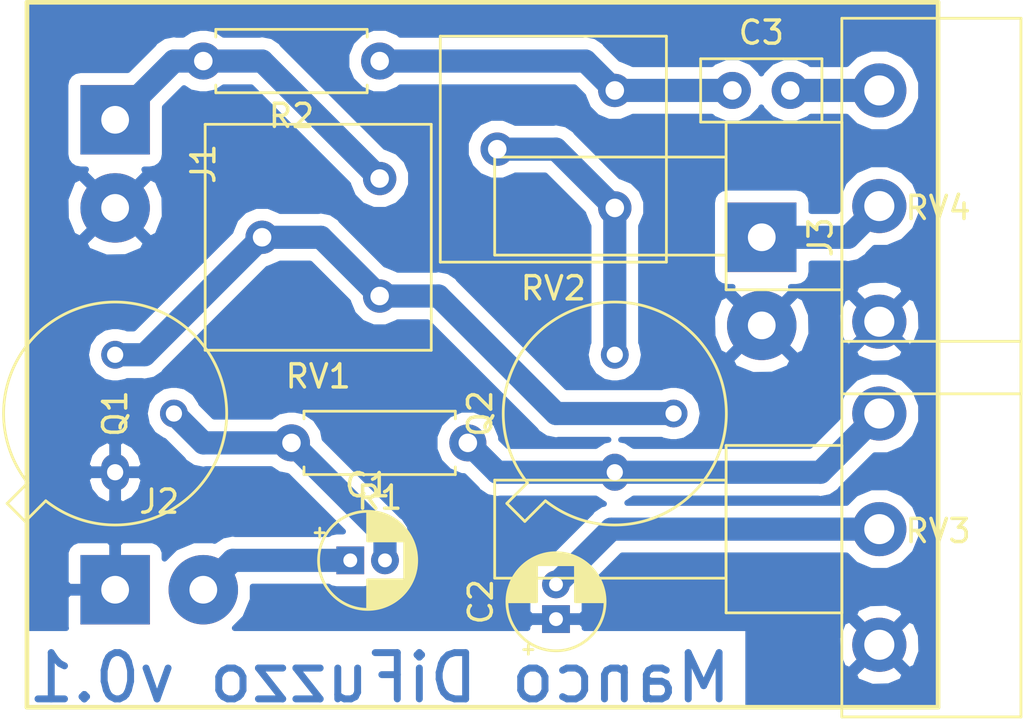
<source format=kicad_pcb>
(kicad_pcb (version 20171130) (host pcbnew 5.0.2+dfsg1-1)

  (general
    (thickness 1.6)
    (drawings 9)
    (tracks 32)
    (zones 0)
    (modules 14)
    (nets 12)
  )

  (page A4)
  (layers
    (0 F.Cu signal)
    (31 B.Cu signal)
    (32 B.Adhes user)
    (33 F.Adhes user)
    (34 B.Paste user)
    (35 F.Paste user)
    (36 B.SilkS user)
    (37 F.SilkS user hide)
    (38 B.Mask user)
    (39 F.Mask user)
    (40 Dwgs.User user)
    (41 Cmts.User user)
    (42 Eco1.User user)
    (43 Eco2.User user)
    (44 Edge.Cuts user)
    (45 Margin user)
    (46 B.CrtYd user)
    (47 F.CrtYd user hide)
    (48 B.Fab user)
    (49 F.Fab user)
  )

  (setup
    (last_trace_width 1)
    (user_trace_width 1)
    (trace_clearance 0.2)
    (zone_clearance 0.508)
    (zone_45_only no)
    (trace_min 0.2)
    (segment_width 0.2)
    (edge_width 0.15)
    (via_size 0.8)
    (via_drill 0.4)
    (via_min_size 0.4)
    (via_min_drill 0.3)
    (uvia_size 0.3)
    (uvia_drill 0.1)
    (uvias_allowed no)
    (uvia_min_size 0.2)
    (uvia_min_drill 0.1)
    (pcb_text_width 0.3)
    (pcb_text_size 1.5 1.5)
    (mod_edge_width 0.15)
    (mod_text_size 1 1)
    (mod_text_width 0.15)
    (pad_size 1.524 1.524)
    (pad_drill 0.762)
    (pad_to_mask_clearance 0.051)
    (solder_mask_min_width 0.25)
    (aux_axis_origin 0 0)
    (visible_elements FFFFEFFF)
    (pcbplotparams
      (layerselection 0x00000_fffffffe)
      (usegerberextensions false)
      (usegerberattributes false)
      (usegerberadvancedattributes false)
      (creategerberjobfile false)
      (excludeedgelayer true)
      (linewidth 0.100000)
      (plotframeref false)
      (viasonmask false)
      (mode 1)
      (useauxorigin false)
      (hpglpennumber 1)
      (hpglpenspeed 20)
      (hpglpendiameter 15.000000)
      (psnegative false)
      (psa4output false)
      (plotreference true)
      (plotvalue true)
      (plotinvisibletext false)
      (padsonsilk false)
      (subtractmaskfromsilk false)
      (outputformat 5)
      (mirror false)
      (drillshape 0)
      (scaleselection 1)
      (outputdirectory "/home/shisha/Documents/Desarrollos/pedal_fuzz/fuzz/"))
  )

  (net 0 "")
  (net 1 "Net-(C1-Pad1)")
  (net 2 "Net-(C1-Pad2)")
  (net 3 Earth)
  (net 4 "Net-(C2-Pad2)")
  (net 5 "Net-(C3-Pad1)")
  (net 6 "Net-(C3-Pad2)")
  (net 7 -9V)
  (net 8 "Net-(J3-Pad1)")
  (net 9 "Net-(Q1-Pad3)")
  (net 10 "Net-(Q2-Pad3)")
  (net 11 "Net-(Q2-Pad1)")

  (net_class Default "This is the default net class."
    (clearance 0.2)
    (trace_width 0.25)
    (via_dia 0.8)
    (via_drill 0.4)
    (uvia_dia 0.3)
    (uvia_drill 0.1)
    (add_net -9V)
    (add_net Earth)
    (add_net "Net-(C1-Pad1)")
    (add_net "Net-(C1-Pad2)")
    (add_net "Net-(C2-Pad2)")
    (add_net "Net-(C3-Pad1)")
    (add_net "Net-(C3-Pad2)")
    (add_net "Net-(J3-Pad1)")
    (add_net "Net-(Q1-Pad3)")
    (add_net "Net-(Q2-Pad1)")
    (add_net "Net-(Q2-Pad3)")
  )

  (module Connector_Wire:SolderWirePad_1x02_P3.81mm_Drill1.2mm (layer F.Cu) (tedit 5AEE5EF3) (tstamp 5FCDF9E3)
    (at 151.13 88.9 270)
    (descr "Wire solder connection")
    (tags connector)
    (path /5FC48694)
    (attr virtual)
    (fp_text reference J3 (at 0 -2.54 270) (layer F.SilkS)
      (effects (font (size 1 1) (thickness 0.15)))
    )
    (fp_text value out (at 1.905 3.81 270) (layer F.Fab)
      (effects (font (size 1 1) (thickness 0.15)))
    )
    (fp_line (start 5.81 2) (end -1.99 2) (layer F.CrtYd) (width 0.05))
    (fp_line (start 5.81 2) (end 5.81 -2) (layer F.CrtYd) (width 0.05))
    (fp_line (start -1.99 -2) (end -1.99 2) (layer F.CrtYd) (width 0.05))
    (fp_line (start -1.99 -2) (end 5.81 -2) (layer F.CrtYd) (width 0.05))
    (fp_text user %R (at 1.905 0 270) (layer F.Fab)
      (effects (font (size 1 1) (thickness 0.15)))
    )
    (pad 2 thru_hole circle (at 3.81 0 270) (size 2.99974 2.99974) (drill 1.19888) (layers *.Cu *.Mask)
      (net 3 Earth))
    (pad 1 thru_hole rect (at 0 0 270) (size 2.99974 2.99974) (drill 1.19888) (layers *.Cu *.Mask)
      (net 8 "Net-(J3-Pad1)"))
  )

  (module Capacitor_THT:CP_Radial_D4.0mm_P1.50mm (layer F.Cu) (tedit 5AE50EF0) (tstamp 5FCDF9AF)
    (at 142.24 105.41 90)
    (descr "CP, Radial series, Radial, pin pitch=1.50mm, , diameter=4mm, Electrolytic Capacitor")
    (tags "CP Radial series Radial pin pitch 1.50mm  diameter 4mm Electrolytic Capacitor")
    (path /5FC47E6F)
    (fp_text reference C2 (at 0.75 -3.25 90) (layer F.SilkS)
      (effects (font (size 1 1) (thickness 0.15)))
    )
    (fp_text value 22uF (at 0.75 3.25 90) (layer F.Fab)
      (effects (font (size 1 1) (thickness 0.15)))
    )
    (fp_text user %R (at 0.75 0 90) (layer F.Fab)
      (effects (font (size 0.8 0.8) (thickness 0.12)))
    )
    (fp_line (start -1.319801 -1.395) (end -1.319801 -0.995) (layer F.SilkS) (width 0.12))
    (fp_line (start -1.519801 -1.195) (end -1.119801 -1.195) (layer F.SilkS) (width 0.12))
    (fp_line (start 2.831 -0.37) (end 2.831 0.37) (layer F.SilkS) (width 0.12))
    (fp_line (start 2.791 -0.537) (end 2.791 0.537) (layer F.SilkS) (width 0.12))
    (fp_line (start 2.751 -0.664) (end 2.751 0.664) (layer F.SilkS) (width 0.12))
    (fp_line (start 2.711 -0.768) (end 2.711 0.768) (layer F.SilkS) (width 0.12))
    (fp_line (start 2.671 -0.859) (end 2.671 0.859) (layer F.SilkS) (width 0.12))
    (fp_line (start 2.631 -0.94) (end 2.631 0.94) (layer F.SilkS) (width 0.12))
    (fp_line (start 2.591 -1.013) (end 2.591 1.013) (layer F.SilkS) (width 0.12))
    (fp_line (start 2.551 -1.08) (end 2.551 1.08) (layer F.SilkS) (width 0.12))
    (fp_line (start 2.511 -1.142) (end 2.511 1.142) (layer F.SilkS) (width 0.12))
    (fp_line (start 2.471 -1.2) (end 2.471 1.2) (layer F.SilkS) (width 0.12))
    (fp_line (start 2.431 -1.254) (end 2.431 1.254) (layer F.SilkS) (width 0.12))
    (fp_line (start 2.391 -1.304) (end 2.391 1.304) (layer F.SilkS) (width 0.12))
    (fp_line (start 2.351 -1.351) (end 2.351 1.351) (layer F.SilkS) (width 0.12))
    (fp_line (start 2.311 0.84) (end 2.311 1.396) (layer F.SilkS) (width 0.12))
    (fp_line (start 2.311 -1.396) (end 2.311 -0.84) (layer F.SilkS) (width 0.12))
    (fp_line (start 2.271 0.84) (end 2.271 1.438) (layer F.SilkS) (width 0.12))
    (fp_line (start 2.271 -1.438) (end 2.271 -0.84) (layer F.SilkS) (width 0.12))
    (fp_line (start 2.231 0.84) (end 2.231 1.478) (layer F.SilkS) (width 0.12))
    (fp_line (start 2.231 -1.478) (end 2.231 -0.84) (layer F.SilkS) (width 0.12))
    (fp_line (start 2.191 0.84) (end 2.191 1.516) (layer F.SilkS) (width 0.12))
    (fp_line (start 2.191 -1.516) (end 2.191 -0.84) (layer F.SilkS) (width 0.12))
    (fp_line (start 2.151 0.84) (end 2.151 1.552) (layer F.SilkS) (width 0.12))
    (fp_line (start 2.151 -1.552) (end 2.151 -0.84) (layer F.SilkS) (width 0.12))
    (fp_line (start 2.111 0.84) (end 2.111 1.587) (layer F.SilkS) (width 0.12))
    (fp_line (start 2.111 -1.587) (end 2.111 -0.84) (layer F.SilkS) (width 0.12))
    (fp_line (start 2.071 0.84) (end 2.071 1.619) (layer F.SilkS) (width 0.12))
    (fp_line (start 2.071 -1.619) (end 2.071 -0.84) (layer F.SilkS) (width 0.12))
    (fp_line (start 2.031 0.84) (end 2.031 1.65) (layer F.SilkS) (width 0.12))
    (fp_line (start 2.031 -1.65) (end 2.031 -0.84) (layer F.SilkS) (width 0.12))
    (fp_line (start 1.991 0.84) (end 1.991 1.68) (layer F.SilkS) (width 0.12))
    (fp_line (start 1.991 -1.68) (end 1.991 -0.84) (layer F.SilkS) (width 0.12))
    (fp_line (start 1.951 0.84) (end 1.951 1.708) (layer F.SilkS) (width 0.12))
    (fp_line (start 1.951 -1.708) (end 1.951 -0.84) (layer F.SilkS) (width 0.12))
    (fp_line (start 1.911 0.84) (end 1.911 1.735) (layer F.SilkS) (width 0.12))
    (fp_line (start 1.911 -1.735) (end 1.911 -0.84) (layer F.SilkS) (width 0.12))
    (fp_line (start 1.871 0.84) (end 1.871 1.76) (layer F.SilkS) (width 0.12))
    (fp_line (start 1.871 -1.76) (end 1.871 -0.84) (layer F.SilkS) (width 0.12))
    (fp_line (start 1.831 0.84) (end 1.831 1.785) (layer F.SilkS) (width 0.12))
    (fp_line (start 1.831 -1.785) (end 1.831 -0.84) (layer F.SilkS) (width 0.12))
    (fp_line (start 1.791 0.84) (end 1.791 1.808) (layer F.SilkS) (width 0.12))
    (fp_line (start 1.791 -1.808) (end 1.791 -0.84) (layer F.SilkS) (width 0.12))
    (fp_line (start 1.751 0.84) (end 1.751 1.83) (layer F.SilkS) (width 0.12))
    (fp_line (start 1.751 -1.83) (end 1.751 -0.84) (layer F.SilkS) (width 0.12))
    (fp_line (start 1.711 0.84) (end 1.711 1.851) (layer F.SilkS) (width 0.12))
    (fp_line (start 1.711 -1.851) (end 1.711 -0.84) (layer F.SilkS) (width 0.12))
    (fp_line (start 1.671 0.84) (end 1.671 1.87) (layer F.SilkS) (width 0.12))
    (fp_line (start 1.671 -1.87) (end 1.671 -0.84) (layer F.SilkS) (width 0.12))
    (fp_line (start 1.631 0.84) (end 1.631 1.889) (layer F.SilkS) (width 0.12))
    (fp_line (start 1.631 -1.889) (end 1.631 -0.84) (layer F.SilkS) (width 0.12))
    (fp_line (start 1.591 0.84) (end 1.591 1.907) (layer F.SilkS) (width 0.12))
    (fp_line (start 1.591 -1.907) (end 1.591 -0.84) (layer F.SilkS) (width 0.12))
    (fp_line (start 1.551 0.84) (end 1.551 1.924) (layer F.SilkS) (width 0.12))
    (fp_line (start 1.551 -1.924) (end 1.551 -0.84) (layer F.SilkS) (width 0.12))
    (fp_line (start 1.511 0.84) (end 1.511 1.94) (layer F.SilkS) (width 0.12))
    (fp_line (start 1.511 -1.94) (end 1.511 -0.84) (layer F.SilkS) (width 0.12))
    (fp_line (start 1.471 0.84) (end 1.471 1.954) (layer F.SilkS) (width 0.12))
    (fp_line (start 1.471 -1.954) (end 1.471 -0.84) (layer F.SilkS) (width 0.12))
    (fp_line (start 1.43 0.84) (end 1.43 1.968) (layer F.SilkS) (width 0.12))
    (fp_line (start 1.43 -1.968) (end 1.43 -0.84) (layer F.SilkS) (width 0.12))
    (fp_line (start 1.39 0.84) (end 1.39 1.982) (layer F.SilkS) (width 0.12))
    (fp_line (start 1.39 -1.982) (end 1.39 -0.84) (layer F.SilkS) (width 0.12))
    (fp_line (start 1.35 0.84) (end 1.35 1.994) (layer F.SilkS) (width 0.12))
    (fp_line (start 1.35 -1.994) (end 1.35 -0.84) (layer F.SilkS) (width 0.12))
    (fp_line (start 1.31 0.84) (end 1.31 2.005) (layer F.SilkS) (width 0.12))
    (fp_line (start 1.31 -2.005) (end 1.31 -0.84) (layer F.SilkS) (width 0.12))
    (fp_line (start 1.27 0.84) (end 1.27 2.016) (layer F.SilkS) (width 0.12))
    (fp_line (start 1.27 -2.016) (end 1.27 -0.84) (layer F.SilkS) (width 0.12))
    (fp_line (start 1.23 0.84) (end 1.23 2.025) (layer F.SilkS) (width 0.12))
    (fp_line (start 1.23 -2.025) (end 1.23 -0.84) (layer F.SilkS) (width 0.12))
    (fp_line (start 1.19 0.84) (end 1.19 2.034) (layer F.SilkS) (width 0.12))
    (fp_line (start 1.19 -2.034) (end 1.19 -0.84) (layer F.SilkS) (width 0.12))
    (fp_line (start 1.15 0.84) (end 1.15 2.042) (layer F.SilkS) (width 0.12))
    (fp_line (start 1.15 -2.042) (end 1.15 -0.84) (layer F.SilkS) (width 0.12))
    (fp_line (start 1.11 0.84) (end 1.11 2.05) (layer F.SilkS) (width 0.12))
    (fp_line (start 1.11 -2.05) (end 1.11 -0.84) (layer F.SilkS) (width 0.12))
    (fp_line (start 1.07 0.84) (end 1.07 2.056) (layer F.SilkS) (width 0.12))
    (fp_line (start 1.07 -2.056) (end 1.07 -0.84) (layer F.SilkS) (width 0.12))
    (fp_line (start 1.03 0.84) (end 1.03 2.062) (layer F.SilkS) (width 0.12))
    (fp_line (start 1.03 -2.062) (end 1.03 -0.84) (layer F.SilkS) (width 0.12))
    (fp_line (start 0.99 0.84) (end 0.99 2.067) (layer F.SilkS) (width 0.12))
    (fp_line (start 0.99 -2.067) (end 0.99 -0.84) (layer F.SilkS) (width 0.12))
    (fp_line (start 0.95 0.84) (end 0.95 2.071) (layer F.SilkS) (width 0.12))
    (fp_line (start 0.95 -2.071) (end 0.95 -0.84) (layer F.SilkS) (width 0.12))
    (fp_line (start 0.91 0.84) (end 0.91 2.074) (layer F.SilkS) (width 0.12))
    (fp_line (start 0.91 -2.074) (end 0.91 -0.84) (layer F.SilkS) (width 0.12))
    (fp_line (start 0.87 0.84) (end 0.87 2.077) (layer F.SilkS) (width 0.12))
    (fp_line (start 0.87 -2.077) (end 0.87 -0.84) (layer F.SilkS) (width 0.12))
    (fp_line (start 0.83 -2.079) (end 0.83 -0.84) (layer F.SilkS) (width 0.12))
    (fp_line (start 0.83 0.84) (end 0.83 2.079) (layer F.SilkS) (width 0.12))
    (fp_line (start 0.79 -2.08) (end 0.79 -0.84) (layer F.SilkS) (width 0.12))
    (fp_line (start 0.79 0.84) (end 0.79 2.08) (layer F.SilkS) (width 0.12))
    (fp_line (start 0.75 -2.08) (end 0.75 -0.84) (layer F.SilkS) (width 0.12))
    (fp_line (start 0.75 0.84) (end 0.75 2.08) (layer F.SilkS) (width 0.12))
    (fp_line (start -0.752554 -1.0675) (end -0.752554 -0.6675) (layer F.Fab) (width 0.1))
    (fp_line (start -0.952554 -0.8675) (end -0.552554 -0.8675) (layer F.Fab) (width 0.1))
    (fp_circle (center 0.75 0) (end 3 0) (layer F.CrtYd) (width 0.05))
    (fp_circle (center 0.75 0) (end 2.87 0) (layer F.SilkS) (width 0.12))
    (fp_circle (center 0.75 0) (end 2.75 0) (layer F.Fab) (width 0.1))
    (pad 2 thru_hole circle (at 1.5 0 90) (size 1.2 1.2) (drill 0.6) (layers *.Cu *.Mask)
      (net 4 "Net-(C2-Pad2)"))
    (pad 1 thru_hole rect (at 0 0 90) (size 1.2 1.2) (drill 0.6) (layers *.Cu *.Mask)
      (net 3 Earth))
    (model ${KISYS3DMOD}/Capacitor_THT.3dshapes/CP_Radial_D4.0mm_P1.50mm.wrl
      (at (xyz 0 0 0))
      (scale (xyz 1 1 1))
      (rotate (xyz 0 0 0))
    )
  )

  (module Capacitor_THT:CP_Radial_D4.0mm_P1.50mm (layer F.Cu) (tedit 5AE50EF0) (tstamp 5FCDF8ED)
    (at 133.35 102.87)
    (descr "CP, Radial series, Radial, pin pitch=1.50mm, , diameter=4mm, Electrolytic Capacitor")
    (tags "CP Radial series Radial pin pitch 1.50mm  diameter 4mm Electrolytic Capacitor")
    (path /5FC47FBC)
    (fp_text reference C1 (at 0.75 -3.25) (layer F.SilkS)
      (effects (font (size 1 1) (thickness 0.15)))
    )
    (fp_text value 2.2uF (at 0.75 3.25) (layer F.Fab)
      (effects (font (size 1 1) (thickness 0.15)))
    )
    (fp_circle (center 0.75 0) (end 2.75 0) (layer F.Fab) (width 0.1))
    (fp_circle (center 0.75 0) (end 2.87 0) (layer F.SilkS) (width 0.12))
    (fp_circle (center 0.75 0) (end 3 0) (layer F.CrtYd) (width 0.05))
    (fp_line (start -0.952554 -0.8675) (end -0.552554 -0.8675) (layer F.Fab) (width 0.1))
    (fp_line (start -0.752554 -1.0675) (end -0.752554 -0.6675) (layer F.Fab) (width 0.1))
    (fp_line (start 0.75 0.84) (end 0.75 2.08) (layer F.SilkS) (width 0.12))
    (fp_line (start 0.75 -2.08) (end 0.75 -0.84) (layer F.SilkS) (width 0.12))
    (fp_line (start 0.79 0.84) (end 0.79 2.08) (layer F.SilkS) (width 0.12))
    (fp_line (start 0.79 -2.08) (end 0.79 -0.84) (layer F.SilkS) (width 0.12))
    (fp_line (start 0.83 0.84) (end 0.83 2.079) (layer F.SilkS) (width 0.12))
    (fp_line (start 0.83 -2.079) (end 0.83 -0.84) (layer F.SilkS) (width 0.12))
    (fp_line (start 0.87 -2.077) (end 0.87 -0.84) (layer F.SilkS) (width 0.12))
    (fp_line (start 0.87 0.84) (end 0.87 2.077) (layer F.SilkS) (width 0.12))
    (fp_line (start 0.91 -2.074) (end 0.91 -0.84) (layer F.SilkS) (width 0.12))
    (fp_line (start 0.91 0.84) (end 0.91 2.074) (layer F.SilkS) (width 0.12))
    (fp_line (start 0.95 -2.071) (end 0.95 -0.84) (layer F.SilkS) (width 0.12))
    (fp_line (start 0.95 0.84) (end 0.95 2.071) (layer F.SilkS) (width 0.12))
    (fp_line (start 0.99 -2.067) (end 0.99 -0.84) (layer F.SilkS) (width 0.12))
    (fp_line (start 0.99 0.84) (end 0.99 2.067) (layer F.SilkS) (width 0.12))
    (fp_line (start 1.03 -2.062) (end 1.03 -0.84) (layer F.SilkS) (width 0.12))
    (fp_line (start 1.03 0.84) (end 1.03 2.062) (layer F.SilkS) (width 0.12))
    (fp_line (start 1.07 -2.056) (end 1.07 -0.84) (layer F.SilkS) (width 0.12))
    (fp_line (start 1.07 0.84) (end 1.07 2.056) (layer F.SilkS) (width 0.12))
    (fp_line (start 1.11 -2.05) (end 1.11 -0.84) (layer F.SilkS) (width 0.12))
    (fp_line (start 1.11 0.84) (end 1.11 2.05) (layer F.SilkS) (width 0.12))
    (fp_line (start 1.15 -2.042) (end 1.15 -0.84) (layer F.SilkS) (width 0.12))
    (fp_line (start 1.15 0.84) (end 1.15 2.042) (layer F.SilkS) (width 0.12))
    (fp_line (start 1.19 -2.034) (end 1.19 -0.84) (layer F.SilkS) (width 0.12))
    (fp_line (start 1.19 0.84) (end 1.19 2.034) (layer F.SilkS) (width 0.12))
    (fp_line (start 1.23 -2.025) (end 1.23 -0.84) (layer F.SilkS) (width 0.12))
    (fp_line (start 1.23 0.84) (end 1.23 2.025) (layer F.SilkS) (width 0.12))
    (fp_line (start 1.27 -2.016) (end 1.27 -0.84) (layer F.SilkS) (width 0.12))
    (fp_line (start 1.27 0.84) (end 1.27 2.016) (layer F.SilkS) (width 0.12))
    (fp_line (start 1.31 -2.005) (end 1.31 -0.84) (layer F.SilkS) (width 0.12))
    (fp_line (start 1.31 0.84) (end 1.31 2.005) (layer F.SilkS) (width 0.12))
    (fp_line (start 1.35 -1.994) (end 1.35 -0.84) (layer F.SilkS) (width 0.12))
    (fp_line (start 1.35 0.84) (end 1.35 1.994) (layer F.SilkS) (width 0.12))
    (fp_line (start 1.39 -1.982) (end 1.39 -0.84) (layer F.SilkS) (width 0.12))
    (fp_line (start 1.39 0.84) (end 1.39 1.982) (layer F.SilkS) (width 0.12))
    (fp_line (start 1.43 -1.968) (end 1.43 -0.84) (layer F.SilkS) (width 0.12))
    (fp_line (start 1.43 0.84) (end 1.43 1.968) (layer F.SilkS) (width 0.12))
    (fp_line (start 1.471 -1.954) (end 1.471 -0.84) (layer F.SilkS) (width 0.12))
    (fp_line (start 1.471 0.84) (end 1.471 1.954) (layer F.SilkS) (width 0.12))
    (fp_line (start 1.511 -1.94) (end 1.511 -0.84) (layer F.SilkS) (width 0.12))
    (fp_line (start 1.511 0.84) (end 1.511 1.94) (layer F.SilkS) (width 0.12))
    (fp_line (start 1.551 -1.924) (end 1.551 -0.84) (layer F.SilkS) (width 0.12))
    (fp_line (start 1.551 0.84) (end 1.551 1.924) (layer F.SilkS) (width 0.12))
    (fp_line (start 1.591 -1.907) (end 1.591 -0.84) (layer F.SilkS) (width 0.12))
    (fp_line (start 1.591 0.84) (end 1.591 1.907) (layer F.SilkS) (width 0.12))
    (fp_line (start 1.631 -1.889) (end 1.631 -0.84) (layer F.SilkS) (width 0.12))
    (fp_line (start 1.631 0.84) (end 1.631 1.889) (layer F.SilkS) (width 0.12))
    (fp_line (start 1.671 -1.87) (end 1.671 -0.84) (layer F.SilkS) (width 0.12))
    (fp_line (start 1.671 0.84) (end 1.671 1.87) (layer F.SilkS) (width 0.12))
    (fp_line (start 1.711 -1.851) (end 1.711 -0.84) (layer F.SilkS) (width 0.12))
    (fp_line (start 1.711 0.84) (end 1.711 1.851) (layer F.SilkS) (width 0.12))
    (fp_line (start 1.751 -1.83) (end 1.751 -0.84) (layer F.SilkS) (width 0.12))
    (fp_line (start 1.751 0.84) (end 1.751 1.83) (layer F.SilkS) (width 0.12))
    (fp_line (start 1.791 -1.808) (end 1.791 -0.84) (layer F.SilkS) (width 0.12))
    (fp_line (start 1.791 0.84) (end 1.791 1.808) (layer F.SilkS) (width 0.12))
    (fp_line (start 1.831 -1.785) (end 1.831 -0.84) (layer F.SilkS) (width 0.12))
    (fp_line (start 1.831 0.84) (end 1.831 1.785) (layer F.SilkS) (width 0.12))
    (fp_line (start 1.871 -1.76) (end 1.871 -0.84) (layer F.SilkS) (width 0.12))
    (fp_line (start 1.871 0.84) (end 1.871 1.76) (layer F.SilkS) (width 0.12))
    (fp_line (start 1.911 -1.735) (end 1.911 -0.84) (layer F.SilkS) (width 0.12))
    (fp_line (start 1.911 0.84) (end 1.911 1.735) (layer F.SilkS) (width 0.12))
    (fp_line (start 1.951 -1.708) (end 1.951 -0.84) (layer F.SilkS) (width 0.12))
    (fp_line (start 1.951 0.84) (end 1.951 1.708) (layer F.SilkS) (width 0.12))
    (fp_line (start 1.991 -1.68) (end 1.991 -0.84) (layer F.SilkS) (width 0.12))
    (fp_line (start 1.991 0.84) (end 1.991 1.68) (layer F.SilkS) (width 0.12))
    (fp_line (start 2.031 -1.65) (end 2.031 -0.84) (layer F.SilkS) (width 0.12))
    (fp_line (start 2.031 0.84) (end 2.031 1.65) (layer F.SilkS) (width 0.12))
    (fp_line (start 2.071 -1.619) (end 2.071 -0.84) (layer F.SilkS) (width 0.12))
    (fp_line (start 2.071 0.84) (end 2.071 1.619) (layer F.SilkS) (width 0.12))
    (fp_line (start 2.111 -1.587) (end 2.111 -0.84) (layer F.SilkS) (width 0.12))
    (fp_line (start 2.111 0.84) (end 2.111 1.587) (layer F.SilkS) (width 0.12))
    (fp_line (start 2.151 -1.552) (end 2.151 -0.84) (layer F.SilkS) (width 0.12))
    (fp_line (start 2.151 0.84) (end 2.151 1.552) (layer F.SilkS) (width 0.12))
    (fp_line (start 2.191 -1.516) (end 2.191 -0.84) (layer F.SilkS) (width 0.12))
    (fp_line (start 2.191 0.84) (end 2.191 1.516) (layer F.SilkS) (width 0.12))
    (fp_line (start 2.231 -1.478) (end 2.231 -0.84) (layer F.SilkS) (width 0.12))
    (fp_line (start 2.231 0.84) (end 2.231 1.478) (layer F.SilkS) (width 0.12))
    (fp_line (start 2.271 -1.438) (end 2.271 -0.84) (layer F.SilkS) (width 0.12))
    (fp_line (start 2.271 0.84) (end 2.271 1.438) (layer F.SilkS) (width 0.12))
    (fp_line (start 2.311 -1.396) (end 2.311 -0.84) (layer F.SilkS) (width 0.12))
    (fp_line (start 2.311 0.84) (end 2.311 1.396) (layer F.SilkS) (width 0.12))
    (fp_line (start 2.351 -1.351) (end 2.351 1.351) (layer F.SilkS) (width 0.12))
    (fp_line (start 2.391 -1.304) (end 2.391 1.304) (layer F.SilkS) (width 0.12))
    (fp_line (start 2.431 -1.254) (end 2.431 1.254) (layer F.SilkS) (width 0.12))
    (fp_line (start 2.471 -1.2) (end 2.471 1.2) (layer F.SilkS) (width 0.12))
    (fp_line (start 2.511 -1.142) (end 2.511 1.142) (layer F.SilkS) (width 0.12))
    (fp_line (start 2.551 -1.08) (end 2.551 1.08) (layer F.SilkS) (width 0.12))
    (fp_line (start 2.591 -1.013) (end 2.591 1.013) (layer F.SilkS) (width 0.12))
    (fp_line (start 2.631 -0.94) (end 2.631 0.94) (layer F.SilkS) (width 0.12))
    (fp_line (start 2.671 -0.859) (end 2.671 0.859) (layer F.SilkS) (width 0.12))
    (fp_line (start 2.711 -0.768) (end 2.711 0.768) (layer F.SilkS) (width 0.12))
    (fp_line (start 2.751 -0.664) (end 2.751 0.664) (layer F.SilkS) (width 0.12))
    (fp_line (start 2.791 -0.537) (end 2.791 0.537) (layer F.SilkS) (width 0.12))
    (fp_line (start 2.831 -0.37) (end 2.831 0.37) (layer F.SilkS) (width 0.12))
    (fp_line (start -1.519801 -1.195) (end -1.119801 -1.195) (layer F.SilkS) (width 0.12))
    (fp_line (start -1.319801 -1.395) (end -1.319801 -0.995) (layer F.SilkS) (width 0.12))
    (fp_text user %R (at 0.75 0) (layer F.Fab)
      (effects (font (size 0.8 0.8) (thickness 0.12)))
    )
    (pad 1 thru_hole rect (at 0 0) (size 1.2 1.2) (drill 0.6) (layers *.Cu *.Mask)
      (net 1 "Net-(C1-Pad1)"))
    (pad 2 thru_hole circle (at 1.5 0) (size 1.2 1.2) (drill 0.6) (layers *.Cu *.Mask)
      (net 2 "Net-(C1-Pad2)"))
    (model ${KISYS3DMOD}/Capacitor_THT.3dshapes/CP_Radial_D4.0mm_P1.50mm.wrl
      (at (xyz 0 0 0))
      (scale (xyz 1 1 1))
      (rotate (xyz 0 0 0))
    )
  )

  (module Capacitor_THT:C_Disc_D5.0mm_W2.5mm_P2.50mm (layer F.Cu) (tedit 5AE50EF0) (tstamp 5FCDF9C2)
    (at 149.86 82.55)
    (descr "C, Disc series, Radial, pin pitch=2.50mm, , diameter*width=5*2.5mm^2, Capacitor, http://cdn-reichelt.de/documents/datenblatt/B300/DS_KERKO_TC.pdf")
    (tags "C Disc series Radial pin pitch 2.50mm  diameter 5mm width 2.5mm Capacitor")
    (path /5FC47C84)
    (fp_text reference C3 (at 1.25 -2.5) (layer F.SilkS)
      (effects (font (size 1 1) (thickness 0.15)))
    )
    (fp_text value 10nF (at 1.25 2.5) (layer F.Fab)
      (effects (font (size 1 1) (thickness 0.15)))
    )
    (fp_line (start -1.25 -1.25) (end -1.25 1.25) (layer F.Fab) (width 0.1))
    (fp_line (start -1.25 1.25) (end 3.75 1.25) (layer F.Fab) (width 0.1))
    (fp_line (start 3.75 1.25) (end 3.75 -1.25) (layer F.Fab) (width 0.1))
    (fp_line (start 3.75 -1.25) (end -1.25 -1.25) (layer F.Fab) (width 0.1))
    (fp_line (start -1.37 -1.37) (end 3.87 -1.37) (layer F.SilkS) (width 0.12))
    (fp_line (start -1.37 1.37) (end 3.87 1.37) (layer F.SilkS) (width 0.12))
    (fp_line (start -1.37 -1.37) (end -1.37 1.37) (layer F.SilkS) (width 0.12))
    (fp_line (start 3.87 -1.37) (end 3.87 1.37) (layer F.SilkS) (width 0.12))
    (fp_line (start -1.5 -1.5) (end -1.5 1.5) (layer F.CrtYd) (width 0.05))
    (fp_line (start -1.5 1.5) (end 4 1.5) (layer F.CrtYd) (width 0.05))
    (fp_line (start 4 1.5) (end 4 -1.5) (layer F.CrtYd) (width 0.05))
    (fp_line (start 4 -1.5) (end -1.5 -1.5) (layer F.CrtYd) (width 0.05))
    (fp_text user %R (at 1.25 0) (layer F.Fab)
      (effects (font (size 1 1) (thickness 0.15)))
    )
    (pad 1 thru_hole circle (at 0 0) (size 1.6 1.6) (drill 0.8) (layers *.Cu *.Mask)
      (net 5 "Net-(C3-Pad1)"))
    (pad 2 thru_hole circle (at 2.5 0) (size 1.6 1.6) (drill 0.8) (layers *.Cu *.Mask)
      (net 6 "Net-(C3-Pad2)"))
    (model ${KISYS3DMOD}/Capacitor_THT.3dshapes/C_Disc_D5.0mm_W2.5mm_P2.50mm.wrl
      (at (xyz 0 0 0))
      (scale (xyz 1 1 1))
      (rotate (xyz 0 0 0))
    )
  )

  (module Connector_Wire:SolderWirePad_1x02_P3.81mm_Drill1.2mm (layer F.Cu) (tedit 5AEE5EF3) (tstamp 5FCDF9CD)
    (at 123.19 83.82 270)
    (descr "Wire solder connection")
    (tags connector)
    (path /5FC4877C)
    (attr virtual)
    (fp_text reference J1 (at 1.905 -3.81 270) (layer F.SilkS)
      (effects (font (size 1 1) (thickness 0.15)))
    )
    (fp_text value power (at 2.54 2.54 270) (layer F.Fab)
      (effects (font (size 1 1) (thickness 0.15)))
    )
    (fp_text user %R (at 1.905 -2.54 270) (layer F.Fab)
      (effects (font (size 1 1) (thickness 0.15)))
    )
    (fp_line (start -1.99 -2) (end 5.81 -2) (layer F.CrtYd) (width 0.05))
    (fp_line (start -1.99 -2) (end -1.99 2) (layer F.CrtYd) (width 0.05))
    (fp_line (start 5.81 2) (end 5.81 -2) (layer F.CrtYd) (width 0.05))
    (fp_line (start 5.81 2) (end -1.99 2) (layer F.CrtYd) (width 0.05))
    (pad 1 thru_hole rect (at 0 0 270) (size 2.99974 2.99974) (drill 1.19888) (layers *.Cu *.Mask)
      (net 7 -9V))
    (pad 2 thru_hole circle (at 3.81 0 270) (size 2.99974 2.99974) (drill 1.19888) (layers *.Cu *.Mask)
      (net 3 Earth))
  )

  (module Connector_Wire:SolderWirePad_1x02_P3.81mm_Drill1.2mm (layer F.Cu) (tedit 5AEE5EF3) (tstamp 5FCDF9D8)
    (at 123.19 104.14)
    (descr "Wire solder connection")
    (tags connector)
    (path /5FC48608)
    (attr virtual)
    (fp_text reference J2 (at 1.905 -3.81) (layer F.SilkS)
      (effects (font (size 1 1) (thickness 0.15)))
    )
    (fp_text value In (at 1.905 3.81) (layer F.Fab)
      (effects (font (size 1 1) (thickness 0.15)))
    )
    (fp_text user %R (at 1.905 0) (layer F.Fab)
      (effects (font (size 1 1) (thickness 0.15)))
    )
    (fp_line (start -1.99 -2) (end 5.81 -2) (layer F.CrtYd) (width 0.05))
    (fp_line (start -1.99 -2) (end -1.99 2) (layer F.CrtYd) (width 0.05))
    (fp_line (start 5.81 2) (end 5.81 -2) (layer F.CrtYd) (width 0.05))
    (fp_line (start 5.81 2) (end -1.99 2) (layer F.CrtYd) (width 0.05))
    (pad 1 thru_hole rect (at 0 0) (size 2.99974 2.99974) (drill 1.19888) (layers *.Cu *.Mask)
      (net 3 Earth))
    (pad 2 thru_hole circle (at 3.81 0) (size 2.99974 2.99974) (drill 1.19888) (layers *.Cu *.Mask)
      (net 1 "Net-(C1-Pad1)"))
  )

  (module Package_TO_SOT_THT:TO-39-3 (layer F.Cu) (tedit 5A02FF81) (tstamp 5FCDF9F8)
    (at 123.19 99.06 90)
    (descr TO-39-3)
    (tags TO-39-3)
    (path /5FC4C491)
    (fp_text reference Q1 (at 2.54 0 90) (layer F.SilkS)
      (effects (font (size 1 1) (thickness 0.15)))
    )
    (fp_text value BC160 (at 2.54 5.82 90) (layer F.Fab)
      (effects (font (size 1 1) (thickness 0.15)))
    )
    (fp_text user %R (at 2.54 0 90) (layer F.Fab)
      (effects (font (size 1 1) (thickness 0.15)))
    )
    (fp_line (start -0.465408 -3.61352) (end -1.27151 -4.419621) (layer F.Fab) (width 0.1))
    (fp_line (start -1.27151 -4.419621) (end -1.879621 -3.81151) (layer F.Fab) (width 0.1))
    (fp_line (start -1.879621 -3.81151) (end -1.07352 -3.005408) (layer F.Fab) (width 0.1))
    (fp_line (start -0.457084 -3.774902) (end -1.348039 -4.665856) (layer F.SilkS) (width 0.12))
    (fp_line (start -1.348039 -4.665856) (end -2.125856 -3.888039) (layer F.SilkS) (width 0.12))
    (fp_line (start -2.125856 -3.888039) (end -1.234902 -2.997084) (layer F.SilkS) (width 0.12))
    (fp_line (start -2.41 -4.95) (end -2.41 4.95) (layer F.CrtYd) (width 0.05))
    (fp_line (start -2.41 4.95) (end 7.49 4.95) (layer F.CrtYd) (width 0.05))
    (fp_line (start 7.49 4.95) (end 7.49 -4.95) (layer F.CrtYd) (width 0.05))
    (fp_line (start 7.49 -4.95) (end -2.41 -4.95) (layer F.CrtYd) (width 0.05))
    (fp_circle (center 2.54 0) (end 6.79 0) (layer F.Fab) (width 0.1))
    (fp_arc (start 2.54 0) (end -0.465408 -3.61352) (angle 349.5) (layer F.Fab) (width 0.1))
    (fp_arc (start 2.54 0) (end -0.457084 -3.774902) (angle 346.9) (layer F.SilkS) (width 0.12))
    (pad 1 thru_hole oval (at 0 0 90) (size 1.6 1.2) (drill 0.7) (layers *.Cu *.Mask)
      (net 3 Earth))
    (pad 2 thru_hole oval (at 2.54 2.54 90) (size 1.2 1.2) (drill 0.7) (layers *.Cu *.Mask)
      (net 2 "Net-(C1-Pad2)"))
    (pad 3 thru_hole oval (at 5.08 0 90) (size 1.2 1.2) (drill 0.7) (layers *.Cu *.Mask)
      (net 9 "Net-(Q1-Pad3)"))
    (model ${KISYS3DMOD}/Package_TO_SOT_THT.3dshapes/TO-39-3.wrl
      (at (xyz 0 0 0))
      (scale (xyz 1 1 1))
      (rotate (xyz 0 0 0))
    )
  )

  (module Package_TO_SOT_THT:TO-39-3 (layer F.Cu) (tedit 5A02FF81) (tstamp 5FCDFA0D)
    (at 144.78 99.06 90)
    (descr TO-39-3)
    (tags TO-39-3)
    (path /5FC4C504)
    (fp_text reference Q2 (at 2.54 -5.82 90) (layer F.SilkS)
      (effects (font (size 1 1) (thickness 0.15)))
    )
    (fp_text value BC160 (at 2.54 5.82 90) (layer F.Fab)
      (effects (font (size 1 1) (thickness 0.15)))
    )
    (fp_arc (start 2.54 0) (end -0.457084 -3.774902) (angle 346.9) (layer F.SilkS) (width 0.12))
    (fp_arc (start 2.54 0) (end -0.465408 -3.61352) (angle 349.5) (layer F.Fab) (width 0.1))
    (fp_circle (center 2.54 0) (end 6.79 0) (layer F.Fab) (width 0.1))
    (fp_line (start 7.49 -4.95) (end -2.41 -4.95) (layer F.CrtYd) (width 0.05))
    (fp_line (start 7.49 4.95) (end 7.49 -4.95) (layer F.CrtYd) (width 0.05))
    (fp_line (start -2.41 4.95) (end 7.49 4.95) (layer F.CrtYd) (width 0.05))
    (fp_line (start -2.41 -4.95) (end -2.41 4.95) (layer F.CrtYd) (width 0.05))
    (fp_line (start -2.125856 -3.888039) (end -1.234902 -2.997084) (layer F.SilkS) (width 0.12))
    (fp_line (start -1.348039 -4.665856) (end -2.125856 -3.888039) (layer F.SilkS) (width 0.12))
    (fp_line (start -0.457084 -3.774902) (end -1.348039 -4.665856) (layer F.SilkS) (width 0.12))
    (fp_line (start -1.879621 -3.81151) (end -1.07352 -3.005408) (layer F.Fab) (width 0.1))
    (fp_line (start -1.27151 -4.419621) (end -1.879621 -3.81151) (layer F.Fab) (width 0.1))
    (fp_line (start -0.465408 -3.61352) (end -1.27151 -4.419621) (layer F.Fab) (width 0.1))
    (fp_text user %R (at 2.54 -5.82 90) (layer F.Fab)
      (effects (font (size 1 1) (thickness 0.15)))
    )
    (pad 3 thru_hole oval (at 5.08 0 90) (size 1.2 1.2) (drill 0.7) (layers *.Cu *.Mask)
      (net 10 "Net-(Q2-Pad3)"))
    (pad 2 thru_hole oval (at 2.54 2.54 90) (size 1.2 1.2) (drill 0.7) (layers *.Cu *.Mask)
      (net 9 "Net-(Q1-Pad3)"))
    (pad 1 thru_hole oval (at 0 0 90) (size 1.6 1.2) (drill 0.7) (layers *.Cu *.Mask)
      (net 11 "Net-(Q2-Pad1)"))
    (model ${KISYS3DMOD}/Package_TO_SOT_THT.3dshapes/TO-39-3.wrl
      (at (xyz 0 0 0))
      (scale (xyz 1 1 1))
      (rotate (xyz 0 0 0))
    )
  )

  (module Resistor_THT:R_Axial_DIN0207_L6.3mm_D2.5mm_P7.62mm_Horizontal (layer F.Cu) (tedit 5FC23D90) (tstamp 5FCDFA24)
    (at 138.43 97.79 180)
    (descr "Resistor, Axial_DIN0207 series, Axial, Horizontal, pin pitch=7.62mm, 0.25W = 1/4W, length*diameter=6.3*2.5mm^2, http://cdn-reichelt.de/documents/datenblatt/B400/1_4W%23YAG.pdf")
    (tags "Resistor Axial_DIN0207 series Axial Horizontal pin pitch 7.62mm 0.25W = 1/4W length 6.3mm diameter 2.5mm")
    (path /5FC477E6)
    (fp_text reference R1 (at 3.81 -2.37 180) (layer F.SilkS)
      (effects (font (size 1 1) (thickness 0.15)))
    )
    (fp_text value 100K (at 3.81 2.37 180) (layer F.Fab)
      (effects (font (size 1 1) (thickness 0.15)))
    )
    (fp_line (start 0.66 -1.25) (end 0.66 1.25) (layer F.Fab) (width 0.1))
    (fp_line (start 0.66 1.25) (end 6.96 1.25) (layer F.Fab) (width 0.1))
    (fp_line (start 6.96 1.25) (end 6.96 -1.25) (layer F.Fab) (width 0.1))
    (fp_line (start 6.96 -1.25) (end 0.66 -1.25) (layer F.Fab) (width 0.1))
    (fp_line (start 0 0) (end 0.66 0) (layer F.Fab) (width 0.1))
    (fp_line (start 7.62 0) (end 6.96 0) (layer F.Fab) (width 0.1))
    (fp_line (start 0.54 -1.04) (end 0.54 -1.37) (layer F.SilkS) (width 0.12))
    (fp_line (start 0.54 -1.37) (end 7.08 -1.37) (layer F.SilkS) (width 0.12))
    (fp_line (start 7.08 -1.37) (end 7.08 -1.04) (layer F.SilkS) (width 0.12))
    (fp_line (start 0.54 1.04) (end 0.54 1.37) (layer F.SilkS) (width 0.12))
    (fp_line (start 0.54 1.37) (end 7.08 1.37) (layer F.SilkS) (width 0.12))
    (fp_line (start 7.08 1.37) (end 7.08 1.04) (layer F.SilkS) (width 0.12))
    (fp_line (start -1.05 -1.5) (end -1.05 1.5) (layer F.CrtYd) (width 0.05))
    (fp_line (start -1.05 1.5) (end 8.67 1.5) (layer F.CrtYd) (width 0.05))
    (fp_line (start 8.67 1.5) (end 8.67 -1.5) (layer F.CrtYd) (width 0.05))
    (fp_line (start 8.67 -1.5) (end -1.05 -1.5) (layer F.CrtYd) (width 0.05))
    (fp_text user %R (at 3.81 0 180) (layer F.Fab)
      (effects (font (size 1 1) (thickness 0.15)))
    )
    (pad 1 thru_hole circle (at 0 0 180) (size 1.6 1.6) (drill 0.8) (layers *.Cu *.Mask)
      (net 11 "Net-(Q2-Pad1)"))
    (pad 2 thru_hole oval (at 7.62 0 180) (size 1.6 1.6) (drill 0.8) (layers *.Cu *.Mask)
      (net 2 "Net-(C1-Pad2)"))
    (model ${KISYS3DMOD}/Resistor_THT.3dshapes/R_Axial_DIN0207_L6.3mm_D2.5mm_P7.62mm_Horizontal.wrl
      (at (xyz 0 0 0))
      (scale (xyz 1 1 1))
      (rotate (xyz 0 0 0))
    )
  )

  (module Resistor_THT:R_Axial_DIN0207_L6.3mm_D2.5mm_P7.62mm_Horizontal (layer F.Cu) (tedit 5AE5139B) (tstamp 5FCDFA3B)
    (at 134.62 81.28 180)
    (descr "Resistor, Axial_DIN0207 series, Axial, Horizontal, pin pitch=7.62mm, 0.25W = 1/4W, length*diameter=6.3*2.5mm^2, http://cdn-reichelt.de/documents/datenblatt/B400/1_4W%23YAG.pdf")
    (tags "Resistor Axial_DIN0207 series Axial Horizontal pin pitch 7.62mm 0.25W = 1/4W length 6.3mm diameter 2.5mm")
    (path /5FC479E8)
    (fp_text reference R2 (at 3.81 -2.37 180) (layer F.SilkS)
      (effects (font (size 1 1) (thickness 0.15)))
    )
    (fp_text value 470 (at 2.54 1.27 180) (layer F.Fab)
      (effects (font (size 1 1) (thickness 0.15)))
    )
    (fp_text user %R (at 3.81 0 180) (layer F.Fab)
      (effects (font (size 1 1) (thickness 0.15)))
    )
    (fp_line (start 8.67 -1.5) (end -1.05 -1.5) (layer F.CrtYd) (width 0.05))
    (fp_line (start 8.67 1.5) (end 8.67 -1.5) (layer F.CrtYd) (width 0.05))
    (fp_line (start -1.05 1.5) (end 8.67 1.5) (layer F.CrtYd) (width 0.05))
    (fp_line (start -1.05 -1.5) (end -1.05 1.5) (layer F.CrtYd) (width 0.05))
    (fp_line (start 7.08 1.37) (end 7.08 1.04) (layer F.SilkS) (width 0.12))
    (fp_line (start 0.54 1.37) (end 7.08 1.37) (layer F.SilkS) (width 0.12))
    (fp_line (start 0.54 1.04) (end 0.54 1.37) (layer F.SilkS) (width 0.12))
    (fp_line (start 7.08 -1.37) (end 7.08 -1.04) (layer F.SilkS) (width 0.12))
    (fp_line (start 0.54 -1.37) (end 7.08 -1.37) (layer F.SilkS) (width 0.12))
    (fp_line (start 0.54 -1.04) (end 0.54 -1.37) (layer F.SilkS) (width 0.12))
    (fp_line (start 7.62 0) (end 6.96 0) (layer F.Fab) (width 0.1))
    (fp_line (start 0 0) (end 0.66 0) (layer F.Fab) (width 0.1))
    (fp_line (start 6.96 -1.25) (end 0.66 -1.25) (layer F.Fab) (width 0.1))
    (fp_line (start 6.96 1.25) (end 6.96 -1.25) (layer F.Fab) (width 0.1))
    (fp_line (start 0.66 1.25) (end 6.96 1.25) (layer F.Fab) (width 0.1))
    (fp_line (start 0.66 -1.25) (end 0.66 1.25) (layer F.Fab) (width 0.1))
    (pad 2 thru_hole oval (at 7.62 0 180) (size 1.6 1.6) (drill 0.8) (layers *.Cu *.Mask)
      (net 7 -9V))
    (pad 1 thru_hole circle (at 0 0 180) (size 1.6 1.6) (drill 0.8) (layers *.Cu *.Mask)
      (net 5 "Net-(C3-Pad1)"))
    (model ${KISYS3DMOD}/Resistor_THT.3dshapes/R_Axial_DIN0207_L6.3mm_D2.5mm_P7.62mm_Horizontal.wrl
      (at (xyz 0 0 0))
      (scale (xyz 1 1 1))
      (rotate (xyz 0 0 0))
    )
  )

  (module Potentiometer_THT:Potentiometer_Bourns_3386F_Vertical (layer F.Cu) (tedit 5AA07388) (tstamp 5FCDFA52)
    (at 134.62 86.36 180)
    (descr "Potentiometer, vertical, Bourns 3386F, https://www.bourns.com/pdfs/3386.pdf")
    (tags "Potentiometer vertical Bourns 3386F")
    (path /5FC47AF6)
    (fp_text reference RV1 (at 2.655 -8.555 180) (layer F.SilkS)
      (effects (font (size 1 1) (thickness 0.15)))
    )
    (fp_text value 100k (at 2.655 3.475 180) (layer F.Fab)
      (effects (font (size 1 1) (thickness 0.15)))
    )
    (fp_circle (center 1.781 -2.54) (end 3.356 -2.54) (layer F.Fab) (width 0.1))
    (fp_line (start -2.11 -7.305) (end -2.11 2.225) (layer F.Fab) (width 0.1))
    (fp_line (start -2.11 2.225) (end 7.42 2.225) (layer F.Fab) (width 0.1))
    (fp_line (start 7.42 2.225) (end 7.42 -7.305) (layer F.Fab) (width 0.1))
    (fp_line (start 7.42 -7.305) (end -2.11 -7.305) (layer F.Fab) (width 0.1))
    (fp_line (start 1.781 -0.98) (end 1.781 -4.099) (layer F.Fab) (width 0.1))
    (fp_line (start 1.781 -0.98) (end 1.781 -4.099) (layer F.Fab) (width 0.1))
    (fp_line (start -2.23 -7.425) (end 7.54 -7.425) (layer F.SilkS) (width 0.12))
    (fp_line (start -2.23 2.345) (end 7.54 2.345) (layer F.SilkS) (width 0.12))
    (fp_line (start -2.23 -7.425) (end -2.23 2.345) (layer F.SilkS) (width 0.12))
    (fp_line (start 7.54 -7.425) (end 7.54 2.345) (layer F.SilkS) (width 0.12))
    (fp_line (start -2.36 -7.56) (end -2.36 2.48) (layer F.CrtYd) (width 0.05))
    (fp_line (start -2.36 2.48) (end 7.67 2.48) (layer F.CrtYd) (width 0.05))
    (fp_line (start 7.67 2.48) (end 7.67 -7.56) (layer F.CrtYd) (width 0.05))
    (fp_line (start 7.67 -7.56) (end -2.36 -7.56) (layer F.CrtYd) (width 0.05))
    (fp_text user %R (at -1.11 -2.54 270) (layer F.Fab)
      (effects (font (size 1 1) (thickness 0.15)))
    )
    (pad 3 thru_hole circle (at 0 -5.08 180) (size 1.44 1.44) (drill 0.8) (layers *.Cu *.Mask)
      (net 9 "Net-(Q1-Pad3)"))
    (pad 2 thru_hole circle (at 5.08 -2.54 180) (size 1.44 1.44) (drill 0.8) (layers *.Cu *.Mask)
      (net 9 "Net-(Q1-Pad3)"))
    (pad 1 thru_hole circle (at 0 0 180) (size 1.44 1.44) (drill 0.8) (layers *.Cu *.Mask)
      (net 7 -9V))
    (model ${KISYS3DMOD}/Potentiometer_THT.3dshapes/Potentiometer_Bourns_3386F_Vertical.wrl
      (at (xyz 0 0 0))
      (scale (xyz 1 1 1))
      (rotate (xyz 0 0 0))
    )
  )

  (module Potentiometer_THT:Potentiometer_Bourns_3386F_Vertical (layer F.Cu) (tedit 5AA07388) (tstamp 5FCDFA69)
    (at 144.78 82.55 180)
    (descr "Potentiometer, vertical, Bourns 3386F, https://www.bourns.com/pdfs/3386.pdf")
    (tags "Potentiometer vertical Bourns 3386F")
    (path /5FC47B94)
    (fp_text reference RV2 (at 2.655 -8.555 180) (layer F.SilkS)
      (effects (font (size 1 1) (thickness 0.15)))
    )
    (fp_text value 10k (at 2.655 2.54 180) (layer F.Fab)
      (effects (font (size 1 1) (thickness 0.15)))
    )
    (fp_text user %R (at -1.11 -2.54 270) (layer F.Fab)
      (effects (font (size 1 1) (thickness 0.15)))
    )
    (fp_line (start 7.67 -7.56) (end -2.36 -7.56) (layer F.CrtYd) (width 0.05))
    (fp_line (start 7.67 2.48) (end 7.67 -7.56) (layer F.CrtYd) (width 0.05))
    (fp_line (start -2.36 2.48) (end 7.67 2.48) (layer F.CrtYd) (width 0.05))
    (fp_line (start -2.36 -7.56) (end -2.36 2.48) (layer F.CrtYd) (width 0.05))
    (fp_line (start 7.54 -7.425) (end 7.54 2.345) (layer F.SilkS) (width 0.12))
    (fp_line (start -2.23 -7.425) (end -2.23 2.345) (layer F.SilkS) (width 0.12))
    (fp_line (start -2.23 2.345) (end 7.54 2.345) (layer F.SilkS) (width 0.12))
    (fp_line (start -2.23 -7.425) (end 7.54 -7.425) (layer F.SilkS) (width 0.12))
    (fp_line (start 1.781 -0.98) (end 1.781 -4.099) (layer F.Fab) (width 0.1))
    (fp_line (start 1.781 -0.98) (end 1.781 -4.099) (layer F.Fab) (width 0.1))
    (fp_line (start 7.42 -7.305) (end -2.11 -7.305) (layer F.Fab) (width 0.1))
    (fp_line (start 7.42 2.225) (end 7.42 -7.305) (layer F.Fab) (width 0.1))
    (fp_line (start -2.11 2.225) (end 7.42 2.225) (layer F.Fab) (width 0.1))
    (fp_line (start -2.11 -7.305) (end -2.11 2.225) (layer F.Fab) (width 0.1))
    (fp_circle (center 1.781 -2.54) (end 3.356 -2.54) (layer F.Fab) (width 0.1))
    (pad 1 thru_hole circle (at 0 0 180) (size 1.44 1.44) (drill 0.8) (layers *.Cu *.Mask)
      (net 5 "Net-(C3-Pad1)"))
    (pad 2 thru_hole circle (at 5.08 -2.54 180) (size 1.44 1.44) (drill 0.8) (layers *.Cu *.Mask)
      (net 10 "Net-(Q2-Pad3)"))
    (pad 3 thru_hole circle (at 0 -5.08 180) (size 1.44 1.44) (drill 0.8) (layers *.Cu *.Mask)
      (net 10 "Net-(Q2-Pad3)"))
    (model ${KISYS3DMOD}/Potentiometer_THT.3dshapes/Potentiometer_Bourns_3386F_Vertical.wrl
      (at (xyz 0 0 0))
      (scale (xyz 1 1 1))
      (rotate (xyz 0 0 0))
    )
  )

  (module Potentiometer_THT:Potentiometer_Piher_T-16H_Single_Horizontal (layer F.Cu) (tedit 5A3D4993) (tstamp 5FCDFA8D)
    (at 156.21 96.52 180)
    (descr "Potentiometer, horizontal, Piher T-16H Single, http://www.piher-nacesa.com/pdf/22-T16v03.pdf")
    (tags "Potentiometer horizontal Piher T-16H Single")
    (path /5FC481C0)
    (fp_text reference RV3 (at -2.54 -5.08 180) (layer F.SilkS)
      (effects (font (size 1 1) (thickness 0.15)))
    )
    (fp_text value 1k (at 0 4.25 180) (layer F.Fab)
      (effects (font (size 1 1) (thickness 0.15)))
    )
    (fp_line (start -6 -13) (end -6 3) (layer F.Fab) (width 0.1))
    (fp_line (start -6 3) (end 1.5 3) (layer F.Fab) (width 0.1))
    (fp_line (start 1.5 3) (end 1.5 -13) (layer F.Fab) (width 0.1))
    (fp_line (start 1.5 -13) (end -6 -13) (layer F.Fab) (width 0.1))
    (fp_line (start 1.5 -8.5) (end 1.5 -1.5) (layer F.Fab) (width 0.1))
    (fp_line (start 1.5 -1.5) (end 6.5 -1.5) (layer F.Fab) (width 0.1))
    (fp_line (start 6.5 -1.5) (end 6.5 -8.5) (layer F.Fab) (width 0.1))
    (fp_line (start 6.5 -8.5) (end 1.5 -8.5) (layer F.Fab) (width 0.1))
    (fp_line (start 6.5 -7) (end 6.5 -3) (layer F.Fab) (width 0.1))
    (fp_line (start 6.5 -3) (end 16.5 -3) (layer F.Fab) (width 0.1))
    (fp_line (start 16.5 -3) (end 16.5 -7) (layer F.Fab) (width 0.1))
    (fp_line (start 16.5 -7) (end 6.5 -7) (layer F.Fab) (width 0.1))
    (fp_line (start -6.12 -13.12) (end 1.62 -13.12) (layer F.SilkS) (width 0.12))
    (fp_line (start -6.12 3.12) (end 1.62 3.12) (layer F.SilkS) (width 0.12))
    (fp_line (start -6.12 -13.12) (end -6.12 3.12) (layer F.SilkS) (width 0.12))
    (fp_line (start 1.62 -13.12) (end 1.62 3.12) (layer F.SilkS) (width 0.12))
    (fp_line (start 1.62 -8.62) (end 6.62 -8.62) (layer F.SilkS) (width 0.12))
    (fp_line (start 1.62 -1.38) (end 6.62 -1.38) (layer F.SilkS) (width 0.12))
    (fp_line (start 1.62 -8.62) (end 1.62 -1.38) (layer F.SilkS) (width 0.12))
    (fp_line (start 6.62 -8.62) (end 6.62 -1.38) (layer F.SilkS) (width 0.12))
    (fp_line (start 6.62 -7.12) (end 16.62 -7.12) (layer F.SilkS) (width 0.12))
    (fp_line (start 6.62 -2.88) (end 16.62 -2.88) (layer F.SilkS) (width 0.12))
    (fp_line (start 6.62 -7.12) (end 6.62 -2.88) (layer F.SilkS) (width 0.12))
    (fp_line (start 16.62 -7.12) (end 16.62 -2.88) (layer F.SilkS) (width 0.12))
    (fp_line (start -6.25 -13.25) (end -6.25 3.25) (layer F.CrtYd) (width 0.05))
    (fp_line (start -6.25 3.25) (end 16.75 3.25) (layer F.CrtYd) (width 0.05))
    (fp_line (start 16.75 3.25) (end 16.75 -13.25) (layer F.CrtYd) (width 0.05))
    (fp_line (start 16.75 -13.25) (end -6.25 -13.25) (layer F.CrtYd) (width 0.05))
    (fp_text user %R (at -2.25 -5 180) (layer F.Fab)
      (effects (font (size 1 1) (thickness 0.15)))
    )
    (pad 3 thru_hole circle (at 0 -10 180) (size 2.34 2.34) (drill 1.3) (layers *.Cu *.Mask)
      (net 3 Earth))
    (pad 2 thru_hole circle (at 0 -5 180) (size 2.34 2.34) (drill 1.3) (layers *.Cu *.Mask)
      (net 4 "Net-(C2-Pad2)"))
    (pad 1 thru_hole circle (at 0 0 180) (size 2.34 2.34) (drill 1.3) (layers *.Cu *.Mask)
      (net 11 "Net-(Q2-Pad1)"))
    (model ${KISYS3DMOD}/Potentiometer_THT.3dshapes/Potentiometer_Piher_T-16H_Single_Horizontal.wrl
      (at (xyz 0 0 0))
      (scale (xyz 1 1 1))
      (rotate (xyz 0 0 0))
    )
  )

  (module Potentiometer_THT:Potentiometer_Piher_T-16H_Single_Horizontal (layer F.Cu) (tedit 5A3D4993) (tstamp 5FCDFAB1)
    (at 156.21 82.55 180)
    (descr "Potentiometer, horizontal, Piher T-16H Single, http://www.piher-nacesa.com/pdf/22-T16v03.pdf")
    (tags "Potentiometer horizontal Piher T-16H Single")
    (path /5FC4835F)
    (fp_text reference RV4 (at -2.54 -5.08 180) (layer F.SilkS)
      (effects (font (size 1 1) (thickness 0.15)))
    )
    (fp_text value 1M (at -1.27 -7.62 180) (layer F.Fab)
      (effects (font (size 1 1) (thickness 0.15)))
    )
    (fp_text user %R (at -2.25 -5 180) (layer F.Fab)
      (effects (font (size 1 1) (thickness 0.15)))
    )
    (fp_line (start 16.75 -13.25) (end -6.25 -13.25) (layer F.CrtYd) (width 0.05))
    (fp_line (start 16.75 3.25) (end 16.75 -13.25) (layer F.CrtYd) (width 0.05))
    (fp_line (start -6.25 3.25) (end 16.75 3.25) (layer F.CrtYd) (width 0.05))
    (fp_line (start -6.25 -13.25) (end -6.25 3.25) (layer F.CrtYd) (width 0.05))
    (fp_line (start 16.62 -7.12) (end 16.62 -2.88) (layer F.SilkS) (width 0.12))
    (fp_line (start 6.62 -7.12) (end 6.62 -2.88) (layer F.SilkS) (width 0.12))
    (fp_line (start 6.62 -2.88) (end 16.62 -2.88) (layer F.SilkS) (width 0.12))
    (fp_line (start 6.62 -7.12) (end 16.62 -7.12) (layer F.SilkS) (width 0.12))
    (fp_line (start 6.62 -8.62) (end 6.62 -1.38) (layer F.SilkS) (width 0.12))
    (fp_line (start 1.62 -8.62) (end 1.62 -1.38) (layer F.SilkS) (width 0.12))
    (fp_line (start 1.62 -1.38) (end 6.62 -1.38) (layer F.SilkS) (width 0.12))
    (fp_line (start 1.62 -8.62) (end 6.62 -8.62) (layer F.SilkS) (width 0.12))
    (fp_line (start 1.62 -13.12) (end 1.62 3.12) (layer F.SilkS) (width 0.12))
    (fp_line (start -6.12 -13.12) (end -6.12 3.12) (layer F.SilkS) (width 0.12))
    (fp_line (start -6.12 3.12) (end 1.62 3.12) (layer F.SilkS) (width 0.12))
    (fp_line (start -6.12 -13.12) (end 1.62 -13.12) (layer F.SilkS) (width 0.12))
    (fp_line (start 16.5 -7) (end 6.5 -7) (layer F.Fab) (width 0.1))
    (fp_line (start 16.5 -3) (end 16.5 -7) (layer F.Fab) (width 0.1))
    (fp_line (start 6.5 -3) (end 16.5 -3) (layer F.Fab) (width 0.1))
    (fp_line (start 6.5 -7) (end 6.5 -3) (layer F.Fab) (width 0.1))
    (fp_line (start 6.5 -8.5) (end 1.5 -8.5) (layer F.Fab) (width 0.1))
    (fp_line (start 6.5 -1.5) (end 6.5 -8.5) (layer F.Fab) (width 0.1))
    (fp_line (start 1.5 -1.5) (end 6.5 -1.5) (layer F.Fab) (width 0.1))
    (fp_line (start 1.5 -8.5) (end 1.5 -1.5) (layer F.Fab) (width 0.1))
    (fp_line (start 1.5 -13) (end -6 -13) (layer F.Fab) (width 0.1))
    (fp_line (start 1.5 3) (end 1.5 -13) (layer F.Fab) (width 0.1))
    (fp_line (start -6 3) (end 1.5 3) (layer F.Fab) (width 0.1))
    (fp_line (start -6 -13) (end -6 3) (layer F.Fab) (width 0.1))
    (pad 1 thru_hole circle (at 0 0 180) (size 2.34 2.34) (drill 1.3) (layers *.Cu *.Mask)
      (net 6 "Net-(C3-Pad2)"))
    (pad 2 thru_hole circle (at 0 -5 180) (size 2.34 2.34) (drill 1.3) (layers *.Cu *.Mask)
      (net 8 "Net-(J3-Pad1)"))
    (pad 3 thru_hole circle (at 0 -10 180) (size 2.34 2.34) (drill 1.3) (layers *.Cu *.Mask)
      (net 3 Earth))
    (model ${KISYS3DMOD}/Potentiometer_THT.3dshapes/Potentiometer_Piher_T-16H_Single_Horizontal.wrl
      (at (xyz 0 0 0))
      (scale (xyz 1 1 1))
      (rotate (xyz 0 0 0))
    )
  )

  (gr_line (start 119.38 109.22) (end 119.38 78.74) (layer F.Fab) (width 0.2))
  (gr_line (start 158.75 109.22) (end 119.38 109.22) (layer F.Fab) (width 0.2))
  (gr_line (start 158.75 78.74) (end 158.75 109.22) (layer F.Fab) (width 0.2))
  (gr_line (start 119.38 78.74) (end 158.75 78.74) (layer F.Fab) (width 0.2))
  (gr_line (start 119.38 78.74) (end 119.38 109.22) (layer F.SilkS) (width 0.2))
  (gr_line (start 158.75 78.74) (end 119.38 78.74) (layer F.SilkS) (width 0.2))
  (gr_line (start 158.75 109.22) (end 158.75 78.74) (layer F.SilkS) (width 0.2))
  (gr_line (start 119.38 109.22) (end 158.75 109.22) (layer F.SilkS) (width 0.2))
  (gr_text "Manco DiFuzzo v0.1" (at 134.62 107.95) (layer B.Cu)
    (effects (font (size 2 2) (thickness 0.3)) (justify mirror))
  )

  (segment (start 128.27 102.87) (end 127 104.14) (width 1) (layer B.Cu) (net 1))
  (segment (start 133.35 102.87) (end 128.27 102.87) (width 1) (layer B.Cu) (net 1))
  (segment (start 134.85 101.83) (end 130.81 97.79) (width 1) (layer B.Cu) (net 2))
  (segment (start 134.85 102.87) (end 134.85 101.83) (width 1) (layer B.Cu) (net 2))
  (segment (start 127 97.79) (end 125.73 96.52) (width 1) (layer B.Cu) (net 2))
  (segment (start 130.81 97.79) (end 127 97.79) (width 1) (layer B.Cu) (net 2))
  (segment (start 144.63 101.52) (end 142.24 103.91) (width 1) (layer B.Cu) (net 4))
  (segment (start 156.21 101.52) (end 144.63 101.52) (width 1) (layer B.Cu) (net 4))
  (segment (start 143.51 81.28) (end 144.78 82.55) (width 1) (layer B.Cu) (net 5))
  (segment (start 134.62 81.28) (end 143.51 81.28) (width 1) (layer B.Cu) (net 5))
  (segment (start 144.78 82.55) (end 149.86 82.55) (width 1) (layer B.Cu) (net 5))
  (segment (start 152.36 82.55) (end 156.21 82.55) (width 1) (layer B.Cu) (net 6))
  (segment (start 125.73 81.28) (end 123.19 83.82) (width 1) (layer B.Cu) (net 7))
  (segment (start 127 81.28) (end 125.73 81.28) (width 1) (layer B.Cu) (net 7))
  (segment (start 129.54 81.28) (end 134.62 86.36) (width 1) (layer B.Cu) (net 7))
  (segment (start 127 81.28) (end 129.54 81.28) (width 1) (layer B.Cu) (net 7))
  (segment (start 154.86 88.9) (end 156.21 87.55) (width 1) (layer B.Cu) (net 8))
  (segment (start 151.13 88.9) (end 154.86 88.9) (width 1) (layer B.Cu) (net 8))
  (segment (start 129.54 88.9) (end 132.08 88.9) (width 1) (layer B.Cu) (net 9))
  (segment (start 132.08 88.9) (end 134.62 91.44) (width 1) (layer B.Cu) (net 9))
  (segment (start 134.62 91.44) (end 137.16 91.44) (width 1) (layer B.Cu) (net 9))
  (segment (start 142.24 96.52) (end 147.32 96.52) (width 1) (layer B.Cu) (net 9))
  (segment (start 137.16 91.44) (end 142.24 96.52) (width 1) (layer B.Cu) (net 9))
  (segment (start 124.46 93.98) (end 129.54 88.9) (width 1) (layer B.Cu) (net 9))
  (segment (start 123.19 93.98) (end 124.46 93.98) (width 1) (layer B.Cu) (net 9))
  (segment (start 142.24 85.09) (end 144.78 87.63) (width 1) (layer B.Cu) (net 10))
  (segment (start 139.7 85.09) (end 142.24 85.09) (width 1) (layer B.Cu) (net 10))
  (segment (start 144.78 87.63) (end 144.78 93.98) (width 1) (layer B.Cu) (net 10))
  (segment (start 153.67 99.06) (end 156.21 96.52) (width 1) (layer B.Cu) (net 11))
  (segment (start 144.78 99.06) (end 153.67 99.06) (width 1) (layer B.Cu) (net 11))
  (segment (start 139.7 99.06) (end 138.43 97.79) (width 1) (layer B.Cu) (net 11))
  (segment (start 144.78 99.06) (end 139.7 99.06) (width 1) (layer B.Cu) (net 11))

  (zone (net 3) (net_name Earth) (layer B.Cu) (tstamp 5FC241D5) (hatch edge 0.508)
    (connect_pads (clearance 0.508))
    (min_thickness 0.254)
    (fill yes (arc_segments 16) (thermal_gap 0.508) (thermal_bridge_width 0.508))
    (polygon
      (pts
        (xy 119.38 78.74) (xy 158.75 78.74) (xy 158.75 109.22) (xy 119.38 109.22)
      )
    )
    (filled_polygon
      (pts
        (xy 158.623 109.093) (xy 150.547857 109.093) (xy 150.547857 107.795486) (xy 155.11412 107.795486) (xy 155.233586 108.079984)
        (xy 155.90489 108.334894) (xy 156.622646 108.313504) (xy 157.186414 108.079984) (xy 157.30588 107.795486) (xy 156.21 106.699605)
        (xy 155.11412 107.795486) (xy 150.547857 107.795486) (xy 150.547857 106.21489) (xy 154.395106 106.21489) (xy 154.416496 106.932646)
        (xy 154.650016 107.496414) (xy 154.934514 107.61588) (xy 156.030395 106.52) (xy 156.389605 106.52) (xy 157.485486 107.61588)
        (xy 157.769984 107.496414) (xy 158.024894 106.82511) (xy 158.003504 106.107354) (xy 157.769984 105.543586) (xy 157.485486 105.42412)
        (xy 156.389605 106.52) (xy 156.030395 106.52) (xy 154.934514 105.42412) (xy 154.650016 105.543586) (xy 154.395106 106.21489)
        (xy 150.547857 106.21489) (xy 150.547857 105.8) (xy 143.475 105.8) (xy 143.475 105.69575) (xy 143.31625 105.537)
        (xy 142.367 105.537) (xy 142.367 105.557) (xy 142.113 105.557) (xy 142.113 105.537) (xy 141.16375 105.537)
        (xy 141.005 105.69575) (xy 141.005 105.8) (xy 128.359163 105.8) (xy 128.809856 105.349307) (xy 129.13487 104.564652)
        (xy 129.13487 104.005) (xy 132.407715 104.005) (xy 132.502235 104.068157) (xy 132.75 104.11744) (xy 133.95 104.11744)
        (xy 134.197765 104.068157) (xy 134.319317 103.986938) (xy 134.604343 104.105) (xy 135.095657 104.105) (xy 135.549571 103.916982)
        (xy 135.896982 103.569571) (xy 136.085 103.115657) (xy 136.085 102.624343) (xy 135.985 102.382922) (xy 135.985 101.941783)
        (xy 136.007235 101.83) (xy 135.919146 101.387145) (xy 135.668289 101.011711) (xy 135.573521 100.948389) (xy 132.237849 97.612718)
        (xy 132.16174 97.230091) (xy 131.844577 96.755423) (xy 131.369909 96.43826) (xy 130.951333 96.355) (xy 130.668667 96.355)
        (xy 130.250091 96.43826) (xy 129.925717 96.655) (xy 127.470132 96.655) (xy 126.903297 96.088166) (xy 126.893344 96.038127)
        (xy 126.620385 95.629615) (xy 126.211873 95.356656) (xy 125.851636 95.285) (xy 125.608364 95.285) (xy 125.248127 95.356656)
        (xy 124.839615 95.629615) (xy 124.566656 96.038127) (xy 124.470805 96.52) (xy 124.566656 97.001873) (xy 124.839615 97.410385)
        (xy 125.248127 97.683344) (xy 125.298166 97.693297) (xy 126.118389 98.513521) (xy 126.181711 98.608289) (xy 126.505409 98.824577)
        (xy 126.557145 98.859146) (xy 126.999999 98.947235) (xy 127.111782 98.925) (xy 129.925717 98.925) (xy 130.250091 99.14174)
        (xy 130.632718 99.217849) (xy 133.037428 101.62256) (xy 132.75 101.62256) (xy 132.502235 101.671843) (xy 132.407715 101.735)
        (xy 128.381782 101.735) (xy 128.269999 101.712765) (xy 127.827145 101.800854) (xy 127.484391 102.029875) (xy 127.424652 102.00513)
        (xy 126.575348 102.00513) (xy 125.790693 102.330144) (xy 125.32487 102.795967) (xy 125.32487 102.51382) (xy 125.228197 102.280431)
        (xy 125.049568 102.101803) (xy 124.816179 102.00513) (xy 123.47575 102.00513) (xy 123.317 102.16388) (xy 123.317 104.013)
        (xy 123.337 104.013) (xy 123.337 104.267) (xy 123.317 104.267) (xy 123.317 104.287) (xy 123.063 104.287)
        (xy 123.063 104.267) (xy 121.21388 104.267) (xy 121.05513 104.42575) (xy 121.05513 105.76618) (xy 121.069139 105.8)
        (xy 119.507 105.8) (xy 119.507 102.51382) (xy 121.05513 102.51382) (xy 121.05513 103.85425) (xy 121.21388 104.013)
        (xy 123.063 104.013) (xy 123.063 102.16388) (xy 122.90425 102.00513) (xy 121.563821 102.00513) (xy 121.330432 102.101803)
        (xy 121.151803 102.280431) (xy 121.05513 102.51382) (xy 119.507 102.51382) (xy 119.507 99.381681) (xy 121.95509 99.381681)
        (xy 122.095657 99.844998) (xy 122.402828 100.219255) (xy 122.829839 100.447474) (xy 122.872391 100.453462) (xy 123.063 100.328731)
        (xy 123.063 99.187) (xy 123.317 99.187) (xy 123.317 100.328731) (xy 123.507609 100.453462) (xy 123.550161 100.447474)
        (xy 123.977172 100.219255) (xy 124.284343 99.844998) (xy 124.42491 99.381681) (xy 124.269991 99.187) (xy 123.317 99.187)
        (xy 123.063 99.187) (xy 122.110009 99.187) (xy 121.95509 99.381681) (xy 119.507 99.381681) (xy 119.507 98.738319)
        (xy 121.95509 98.738319) (xy 122.110009 98.933) (xy 123.063 98.933) (xy 123.063 97.791269) (xy 123.317 97.791269)
        (xy 123.317 98.933) (xy 124.269991 98.933) (xy 124.42491 98.738319) (xy 124.284343 98.275002) (xy 123.977172 97.900745)
        (xy 123.550161 97.672526) (xy 123.507609 97.666538) (xy 123.317 97.791269) (xy 123.063 97.791269) (xy 122.872391 97.666538)
        (xy 122.829839 97.672526) (xy 122.402828 97.900745) (xy 122.095657 98.275002) (xy 121.95509 98.738319) (xy 119.507 98.738319)
        (xy 119.507 93.98) (xy 121.930805 93.98) (xy 122.026656 94.461873) (xy 122.299615 94.870385) (xy 122.708127 95.143344)
        (xy 123.068364 95.215) (xy 123.311636 95.215) (xy 123.671873 95.143344) (xy 123.714293 95.115) (xy 124.348217 95.115)
        (xy 124.46 95.137235) (xy 124.571783 95.115) (xy 124.902855 95.049146) (xy 125.278289 94.798289) (xy 125.341613 94.703518)
        (xy 129.790132 90.255) (xy 129.809526 90.255) (xy 130.307546 90.048714) (xy 130.32126 90.035) (xy 131.609869 90.035)
        (xy 133.265 91.690132) (xy 133.265 91.709526) (xy 133.471286 92.207546) (xy 133.852454 92.588714) (xy 134.350474 92.795)
        (xy 134.889526 92.795) (xy 135.387546 92.588714) (xy 135.40126 92.575) (xy 136.689869 92.575) (xy 141.358389 97.243521)
        (xy 141.421711 97.338289) (xy 141.670555 97.504561) (xy 141.797145 97.589146) (xy 142.24 97.677235) (xy 142.351783 97.655)
        (xy 144.507545 97.655) (xy 144.298127 97.696656) (xy 143.956386 97.925) (xy 140.170132 97.925) (xy 139.865 97.619869)
        (xy 139.865 97.504561) (xy 139.646534 96.977138) (xy 139.242862 96.573466) (xy 138.715439 96.355) (xy 138.144561 96.355)
        (xy 137.617138 96.573466) (xy 137.213466 96.977138) (xy 136.995 97.504561) (xy 136.995 98.075439) (xy 137.213466 98.602862)
        (xy 137.617138 99.006534) (xy 138.144561 99.225) (xy 138.259869 99.225) (xy 138.818389 99.783521) (xy 138.881711 99.878289)
        (xy 139.257145 100.129146) (xy 139.699999 100.217235) (xy 139.811782 100.195) (xy 143.956387 100.195) (xy 144.298128 100.423344)
        (xy 144.311788 100.426061) (xy 144.187145 100.450854) (xy 143.811711 100.701711) (xy 143.748389 100.796479) (xy 141.781852 102.763017)
        (xy 141.540429 102.863018) (xy 141.193018 103.210429) (xy 141.005 103.664343) (xy 141.005 104.155657) (xy 141.119615 104.43236)
        (xy 141.101673 104.450302) (xy 141.005 104.683691) (xy 141.005 105.12425) (xy 141.16375 105.283) (xy 142.113 105.283)
        (xy 142.113 105.263) (xy 142.367 105.263) (xy 142.367 105.283) (xy 143.31625 105.283) (xy 143.354736 105.244514)
        (xy 155.11412 105.244514) (xy 156.21 106.340395) (xy 157.30588 105.244514) (xy 157.186414 104.960016) (xy 156.51511 104.705106)
        (xy 155.797354 104.726496) (xy 155.233586 104.960016) (xy 155.11412 105.244514) (xy 143.354736 105.244514) (xy 143.475 105.12425)
        (xy 143.475 104.683691) (xy 143.378327 104.450302) (xy 143.360385 104.43236) (xy 143.386983 104.368148) (xy 145.100132 102.655)
        (xy 154.792345 102.655) (xy 155.18755 103.050205) (xy 155.850963 103.325) (xy 156.569037 103.325) (xy 157.23245 103.050205)
        (xy 157.740205 102.54245) (xy 158.015 101.879037) (xy 158.015 101.160963) (xy 157.740205 100.49755) (xy 157.23245 99.989795)
        (xy 156.569037 99.715) (xy 155.850963 99.715) (xy 155.18755 99.989795) (xy 154.792345 100.385) (xy 145.319259 100.385)
        (xy 145.603614 100.195) (xy 153.558217 100.195) (xy 153.67 100.217235) (xy 153.781783 100.195) (xy 154.112855 100.129146)
        (xy 154.488289 99.878289) (xy 154.551613 99.783518) (xy 156.010132 98.325) (xy 156.569037 98.325) (xy 157.23245 98.050205)
        (xy 157.740205 97.54245) (xy 158.015 96.879037) (xy 158.015 96.160963) (xy 157.740205 95.49755) (xy 157.23245 94.989795)
        (xy 156.569037 94.715) (xy 155.850963 94.715) (xy 155.18755 94.989795) (xy 154.679795 95.49755) (xy 154.405 96.160963)
        (xy 154.405 96.719868) (xy 153.199869 97.925) (xy 145.603614 97.925) (xy 145.261872 97.696656) (xy 145.052455 97.655)
        (xy 146.795707 97.655) (xy 146.838127 97.683344) (xy 147.198364 97.755) (xy 147.441636 97.755) (xy 147.801873 97.683344)
        (xy 148.210385 97.410385) (xy 148.483344 97.001873) (xy 148.579195 96.52) (xy 148.483344 96.038127) (xy 148.210385 95.629615)
        (xy 147.801873 95.356656) (xy 147.441636 95.285) (xy 147.198364 95.285) (xy 146.838127 95.356656) (xy 146.795707 95.385)
        (xy 142.710132 95.385) (xy 138.041613 90.716482) (xy 137.978289 90.621711) (xy 137.602855 90.370854) (xy 137.271783 90.305)
        (xy 137.16 90.282765) (xy 137.048217 90.305) (xy 135.40126 90.305) (xy 135.387546 90.291286) (xy 134.889526 90.085)
        (xy 134.870132 90.085) (xy 132.961613 88.176482) (xy 132.898289 88.081711) (xy 132.522855 87.830854) (xy 132.191783 87.765)
        (xy 132.08 87.742765) (xy 131.968217 87.765) (xy 130.32126 87.765) (xy 130.307546 87.751286) (xy 129.809526 87.545)
        (xy 129.270474 87.545) (xy 128.772454 87.751286) (xy 128.391286 88.132454) (xy 128.185 88.630474) (xy 128.185 88.649868)
        (xy 123.989869 92.845) (xy 123.714293 92.845) (xy 123.671873 92.816656) (xy 123.311636 92.745) (xy 123.068364 92.745)
        (xy 122.708127 92.816656) (xy 122.299615 93.089615) (xy 122.026656 93.498127) (xy 121.930805 93.98) (xy 119.507 93.98)
        (xy 119.507 89.143877) (xy 121.855728 89.143877) (xy 122.015495 89.462632) (xy 122.806217 89.772595) (xy 123.655366 89.756367)
        (xy 124.364505 89.462632) (xy 124.524272 89.143877) (xy 123.19 87.809605) (xy 121.855728 89.143877) (xy 119.507 89.143877)
        (xy 119.507 87.246217) (xy 121.047405 87.246217) (xy 121.063633 88.095366) (xy 121.357368 88.804505) (xy 121.676123 88.964272)
        (xy 123.010395 87.63) (xy 123.369605 87.63) (xy 124.703877 88.964272) (xy 125.022632 88.804505) (xy 125.332595 88.013783)
        (xy 125.316367 87.164634) (xy 125.022632 86.455495) (xy 124.703877 86.295728) (xy 123.369605 87.63) (xy 123.010395 87.63)
        (xy 121.676123 86.295728) (xy 121.357368 86.455495) (xy 121.047405 87.246217) (xy 119.507 87.246217) (xy 119.507 82.32013)
        (xy 121.04269 82.32013) (xy 121.04269 85.31987) (xy 121.091973 85.567635) (xy 121.232321 85.777679) (xy 121.442365 85.918027)
        (xy 121.69013 85.96731) (xy 121.930316 85.96731) (xy 121.855728 86.116123) (xy 123.19 87.450395) (xy 124.524272 86.116123)
        (xy 124.449684 85.96731) (xy 124.68987 85.96731) (xy 124.937635 85.918027) (xy 125.147679 85.777679) (xy 125.288027 85.567635)
        (xy 125.33731 85.31987) (xy 125.33731 83.277822) (xy 126.16632 82.448812) (xy 126.440091 82.63174) (xy 126.858667 82.715)
        (xy 127.141333 82.715) (xy 127.559909 82.63174) (xy 127.884283 82.415) (xy 129.069869 82.415) (xy 133.265 86.610132)
        (xy 133.265 86.629526) (xy 133.471286 87.127546) (xy 133.852454 87.508714) (xy 134.350474 87.715) (xy 134.889526 87.715)
        (xy 135.387546 87.508714) (xy 135.768714 87.127546) (xy 135.975 86.629526) (xy 135.975 86.090474) (xy 135.768714 85.592454)
        (xy 135.387546 85.211286) (xy 134.889526 85.005) (xy 134.870132 85.005) (xy 134.685606 84.820474) (xy 138.345 84.820474)
        (xy 138.345 85.359526) (xy 138.551286 85.857546) (xy 138.932454 86.238714) (xy 139.430474 86.445) (xy 139.969526 86.445)
        (xy 140.467546 86.238714) (xy 140.48126 86.225) (xy 141.769869 86.225) (xy 143.425 87.880132) (xy 143.425 87.899526)
        (xy 143.631286 88.397546) (xy 143.645 88.41126) (xy 143.645001 93.455706) (xy 143.616656 93.498127) (xy 143.520805 93.98)
        (xy 143.616656 94.461873) (xy 143.889615 94.870385) (xy 144.298127 95.143344) (xy 144.658364 95.215) (xy 144.901636 95.215)
        (xy 145.261873 95.143344) (xy 145.670385 94.870385) (xy 145.943344 94.461873) (xy 145.990684 94.223877) (xy 149.795728 94.223877)
        (xy 149.955495 94.542632) (xy 150.746217 94.852595) (xy 151.595366 94.836367) (xy 152.304505 94.542632) (xy 152.464272 94.223877)
        (xy 151.13 92.889605) (xy 149.795728 94.223877) (xy 145.990684 94.223877) (xy 146.039195 93.98) (xy 145.943344 93.498127)
        (xy 145.915 93.455707) (xy 145.915 92.326217) (xy 148.987405 92.326217) (xy 149.003633 93.175366) (xy 149.297368 93.884505)
        (xy 149.616123 94.044272) (xy 150.950395 92.71) (xy 151.309605 92.71) (xy 152.643877 94.044272) (xy 152.962632 93.884505)
        (xy 152.985767 93.825486) (xy 155.11412 93.825486) (xy 155.233586 94.109984) (xy 155.90489 94.364894) (xy 156.622646 94.343504)
        (xy 157.186414 94.109984) (xy 157.30588 93.825486) (xy 156.21 92.729605) (xy 155.11412 93.825486) (xy 152.985767 93.825486)
        (xy 153.272595 93.093783) (xy 153.256372 92.24489) (xy 154.395106 92.24489) (xy 154.416496 92.962646) (xy 154.650016 93.526414)
        (xy 154.934514 93.64588) (xy 156.030395 92.55) (xy 156.389605 92.55) (xy 157.485486 93.64588) (xy 157.769984 93.526414)
        (xy 158.024894 92.85511) (xy 158.003504 92.137354) (xy 157.769984 91.573586) (xy 157.485486 91.45412) (xy 156.389605 92.55)
        (xy 156.030395 92.55) (xy 154.934514 91.45412) (xy 154.650016 91.573586) (xy 154.395106 92.24489) (xy 153.256372 92.24489)
        (xy 153.256367 92.244634) (xy 152.962632 91.535495) (xy 152.643877 91.375728) (xy 151.309605 92.71) (xy 150.950395 92.71)
        (xy 149.616123 91.375728) (xy 149.297368 91.535495) (xy 148.987405 92.326217) (xy 145.915 92.326217) (xy 145.915 88.41126)
        (xy 145.928714 88.397546) (xy 146.135 87.899526) (xy 146.135 87.40013) (xy 148.98269 87.40013) (xy 148.98269 90.39987)
        (xy 149.031973 90.647635) (xy 149.172321 90.857679) (xy 149.382365 90.998027) (xy 149.63013 91.04731) (xy 149.870316 91.04731)
        (xy 149.795728 91.196123) (xy 151.13 92.530395) (xy 152.385881 91.274514) (xy 155.11412 91.274514) (xy 156.21 92.370395)
        (xy 157.30588 91.274514) (xy 157.186414 90.990016) (xy 156.51511 90.735106) (xy 155.797354 90.756496) (xy 155.233586 90.990016)
        (xy 155.11412 91.274514) (xy 152.385881 91.274514) (xy 152.464272 91.196123) (xy 152.389684 91.04731) (xy 152.62987 91.04731)
        (xy 152.877635 90.998027) (xy 153.087679 90.857679) (xy 153.228027 90.647635) (xy 153.27731 90.39987) (xy 153.27731 90.035)
        (xy 154.748217 90.035) (xy 154.86 90.057235) (xy 154.971783 90.035) (xy 155.302855 89.969146) (xy 155.678289 89.718289)
        (xy 155.741613 89.623518) (xy 156.010131 89.355) (xy 156.569037 89.355) (xy 157.23245 89.080205) (xy 157.740205 88.57245)
        (xy 158.015 87.909037) (xy 158.015 87.190963) (xy 157.740205 86.52755) (xy 157.23245 86.019795) (xy 156.569037 85.745)
        (xy 155.850963 85.745) (xy 155.18755 86.019795) (xy 154.679795 86.52755) (xy 154.405 87.190963) (xy 154.405 87.749869)
        (xy 154.389869 87.765) (xy 153.27731 87.765) (xy 153.27731 87.40013) (xy 153.228027 87.152365) (xy 153.087679 86.942321)
        (xy 152.877635 86.801973) (xy 152.62987 86.75269) (xy 149.63013 86.75269) (xy 149.382365 86.801973) (xy 149.172321 86.942321)
        (xy 149.031973 87.152365) (xy 148.98269 87.40013) (xy 146.135 87.40013) (xy 146.135 87.360474) (xy 145.928714 86.862454)
        (xy 145.547546 86.481286) (xy 145.049526 86.275) (xy 145.030132 86.275) (xy 143.121613 84.366482) (xy 143.058289 84.271711)
        (xy 142.682855 84.020854) (xy 142.351783 83.955) (xy 142.24 83.932765) (xy 142.128217 83.955) (xy 140.48126 83.955)
        (xy 140.467546 83.941286) (xy 139.969526 83.735) (xy 139.430474 83.735) (xy 138.932454 83.941286) (xy 138.551286 84.322454)
        (xy 138.345 84.820474) (xy 134.685606 84.820474) (xy 130.859693 80.994561) (xy 133.185 80.994561) (xy 133.185 81.565439)
        (xy 133.403466 82.092862) (xy 133.807138 82.496534) (xy 134.334561 82.715) (xy 134.905439 82.715) (xy 135.432862 82.496534)
        (xy 135.514396 82.415) (xy 143.039869 82.415) (xy 143.425 82.800132) (xy 143.425 82.819526) (xy 143.631286 83.317546)
        (xy 144.012454 83.698714) (xy 144.510474 83.905) (xy 145.049526 83.905) (xy 145.547546 83.698714) (xy 145.56126 83.685)
        (xy 148.965604 83.685) (xy 149.047138 83.766534) (xy 149.574561 83.985) (xy 150.145439 83.985) (xy 150.672862 83.766534)
        (xy 151.076534 83.362862) (xy 151.11 83.282068) (xy 151.143466 83.362862) (xy 151.547138 83.766534) (xy 152.074561 83.985)
        (xy 152.645439 83.985) (xy 153.172862 83.766534) (xy 153.254396 83.685) (xy 154.792345 83.685) (xy 155.18755 84.080205)
        (xy 155.850963 84.355) (xy 156.569037 84.355) (xy 157.23245 84.080205) (xy 157.740205 83.57245) (xy 158.015 82.909037)
        (xy 158.015 82.190963) (xy 157.740205 81.52755) (xy 157.23245 81.019795) (xy 156.569037 80.745) (xy 155.850963 80.745)
        (xy 155.18755 81.019795) (xy 154.792345 81.415) (xy 153.254396 81.415) (xy 153.172862 81.333466) (xy 152.645439 81.115)
        (xy 152.074561 81.115) (xy 151.547138 81.333466) (xy 151.143466 81.737138) (xy 151.11 81.817932) (xy 151.076534 81.737138)
        (xy 150.672862 81.333466) (xy 150.145439 81.115) (xy 149.574561 81.115) (xy 149.047138 81.333466) (xy 148.965604 81.415)
        (xy 145.56126 81.415) (xy 145.547546 81.401286) (xy 145.049526 81.195) (xy 145.030132 81.195) (xy 144.391613 80.556482)
        (xy 144.328289 80.461711) (xy 143.952855 80.210854) (xy 143.621783 80.145) (xy 143.51 80.122765) (xy 143.398217 80.145)
        (xy 135.514396 80.145) (xy 135.432862 80.063466) (xy 134.905439 79.845) (xy 134.334561 79.845) (xy 133.807138 80.063466)
        (xy 133.403466 80.467138) (xy 133.185 80.994561) (xy 130.859693 80.994561) (xy 130.421613 80.556482) (xy 130.358289 80.461711)
        (xy 129.982855 80.210854) (xy 129.651783 80.145) (xy 129.54 80.122765) (xy 129.428217 80.145) (xy 127.884283 80.145)
        (xy 127.559909 79.92826) (xy 127.141333 79.845) (xy 126.858667 79.845) (xy 126.440091 79.92826) (xy 126.115717 80.145)
        (xy 125.841781 80.145) (xy 125.729999 80.122765) (xy 125.618217 80.145) (xy 125.287145 80.210854) (xy 124.911711 80.461711)
        (xy 124.848389 80.556479) (xy 123.732178 81.67269) (xy 121.69013 81.67269) (xy 121.442365 81.721973) (xy 121.232321 81.862321)
        (xy 121.091973 82.072365) (xy 121.04269 82.32013) (xy 119.507 82.32013) (xy 119.507 78.867) (xy 158.623 78.867)
      )
    )
  )
)

</source>
